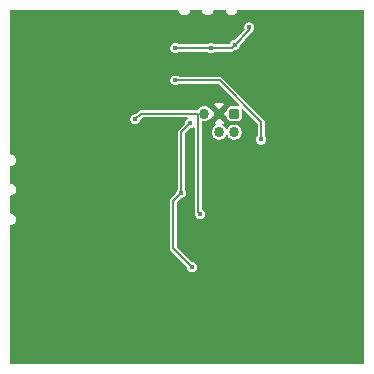
<source format=gbl>
%TF.GenerationSoftware,KiCad,Pcbnew,9.0.0*%
%TF.CreationDate,2025-04-22T13:41:16+01:00*%
%TF.ProjectId,vm_rgb_ring_0.3,766d5f72-6762-45f7-9269-6e675f302e33,v0.3*%
%TF.SameCoordinates,PX4f64b50PY4749830*%
%TF.FileFunction,Copper,L2,Bot*%
%TF.FilePolarity,Positive*%
%FSLAX45Y45*%
G04 Gerber Fmt 4.5, Leading zero omitted, Abs format (unit mm)*
G04 Created by KiCad (PCBNEW 9.0.0) date 2025-04-22 13:41:16*
%MOMM*%
%LPD*%
G01*
G04 APERTURE LIST*
G04 Aperture macros list*
%AMRoundRect*
0 Rectangle with rounded corners*
0 $1 Rounding radius*
0 $2 $3 $4 $5 $6 $7 $8 $9 X,Y pos of 4 corners*
0 Add a 4 corners polygon primitive as box body*
4,1,4,$2,$3,$4,$5,$6,$7,$8,$9,$2,$3,0*
0 Add four circle primitives for the rounded corners*
1,1,$1+$1,$2,$3*
1,1,$1+$1,$4,$5*
1,1,$1+$1,$6,$7*
1,1,$1+$1,$8,$9*
0 Add four rect primitives between the rounded corners*
20,1,$1+$1,$2,$3,$4,$5,0*
20,1,$1+$1,$4,$5,$6,$7,0*
20,1,$1+$1,$6,$7,$8,$9,0*
20,1,$1+$1,$8,$9,$2,$3,0*%
G04 Aperture macros list end*
%TA.AperFunction,ComponentPad*%
%ADD10RoundRect,0.172720X-0.259080X-0.259080X0.259080X-0.259080X0.259080X0.259080X-0.259080X0.259080X0*%
%TD*%
%TA.AperFunction,ComponentPad*%
%ADD11C,0.863600*%
%TD*%
%TA.AperFunction,ViaPad*%
%ADD12C,0.450000*%
%TD*%
%TA.AperFunction,Conductor*%
%ADD13C,0.200000*%
%TD*%
G04 APERTURE END LIST*
D10*
%TO.P,J1,1,Vcc*%
%TO.N,+3V3*%
X397500Y620000D03*
D11*
%TO.P,J1,2,SWDIO*%
%TO.N,/SWDIO*%
X397500Y462520D03*
%TO.P,J1,3,GND*%
%TO.N,GND*%
X270500Y620000D03*
%TO.P,J1,4,SWDCLK*%
%TO.N,/SWCLK*%
X270500Y462520D03*
%TO.P,J1,5,~{RESET}*%
%TO.N,/nRESET*%
X143500Y620000D03*
%TD*%
D12*
%TO.N,GND*%
X-390000Y120000D03*
X725000Y1250000D03*
X-1250000Y725000D03*
X-725000Y-1250000D03*
X1400000Y375000D03*
X260000Y-530000D03*
X-390000Y-655000D03*
X-1400000Y-375000D03*
X-375000Y1400000D03*
X235000Y-755000D03*
X-390000Y-280000D03*
X1250000Y-725000D03*
X375000Y-1400000D03*
%TO.N,+3V3*%
X-50000Y-50000D03*
X22500Y535800D03*
X40000Y-680000D03*
%TO.N,/nRESET*%
X110000Y-230000D03*
X-440000Y570000D03*
%TO.N,Net-(LED1-DIN)*%
X625000Y400000D03*
X-100000Y900000D03*
%TO.N,JD_PWR*%
X400000Y1200000D03*
X525000Y1350000D03*
X200000Y1175000D03*
X-100000Y1175000D03*
%TD*%
D13*
%TO.N,+3V3*%
X-120000Y-520000D02*
X-120000Y-120000D01*
X-50000Y463300D02*
X22500Y535800D01*
X-120000Y-120000D02*
X-50000Y-50000D01*
X40000Y-680000D02*
X-120000Y-520000D01*
X-50000Y-50000D02*
X-50000Y463300D01*
%TO.N,/nRESET*%
X93000Y-213000D02*
X110000Y-230000D01*
X-392610Y617390D02*
X93000Y617390D01*
X-440000Y570000D02*
X-392610Y617390D01*
X93000Y617390D02*
X93000Y-213000D01*
%TO.N,Net-(LED1-DIN)*%
X625000Y550000D02*
X275000Y900000D01*
X625000Y400000D02*
X625000Y550000D01*
X275000Y900000D02*
X-100000Y900000D01*
%TO.N,JD_PWR*%
X400000Y1200000D02*
X525000Y1325000D01*
X525000Y1325000D02*
X525000Y1350000D01*
X375000Y1175000D02*
X400000Y1200000D01*
X200000Y1175000D02*
X375000Y1175000D01*
X200000Y1175000D02*
X-100000Y1175000D01*
%TD*%
%TA.AperFunction,Conductor*%
%TO.N,GND*%
G36*
X-76626Y1497783D02*
G01*
X-74915Y1494312D01*
X-74698Y1494370D01*
X-74572Y1493902D01*
X-74572Y1493901D01*
X-71194Y1481294D01*
X-64668Y1469990D01*
X-55438Y1460760D01*
X-44134Y1454234D01*
X-31526Y1450856D01*
X-31526Y1450856D01*
X-18474Y1450856D01*
X-18474Y1450856D01*
X-5866Y1454234D01*
X5438Y1460760D01*
X14668Y1469990D01*
X21194Y1481294D01*
X24572Y1493901D01*
X24572Y1493902D01*
X24698Y1494370D01*
X24973Y1494296D01*
X27351Y1498419D01*
X31858Y1499950D01*
X118142Y1499950D01*
X123374Y1497783D01*
X125085Y1494312D01*
X125302Y1494370D01*
X125428Y1493902D01*
X125428Y1493901D01*
X128806Y1481294D01*
X135332Y1469990D01*
X144562Y1460760D01*
X155866Y1454234D01*
X168474Y1450856D01*
X168474Y1450856D01*
X181526Y1450856D01*
X181526Y1450856D01*
X194134Y1454234D01*
X205438Y1460760D01*
X214668Y1469990D01*
X221194Y1481294D01*
X224572Y1493901D01*
X224572Y1493902D01*
X224698Y1494370D01*
X224973Y1494296D01*
X227351Y1498419D01*
X231858Y1499950D01*
X318142Y1499950D01*
X323375Y1497783D01*
X325085Y1494312D01*
X325302Y1494370D01*
X325428Y1493902D01*
X325428Y1493901D01*
X328806Y1481294D01*
X335332Y1469990D01*
X344562Y1460760D01*
X355866Y1454234D01*
X368474Y1450856D01*
X368474Y1450856D01*
X381526Y1450856D01*
X381526Y1450856D01*
X394134Y1454234D01*
X405438Y1460760D01*
X414668Y1469990D01*
X421194Y1481294D01*
X424572Y1493901D01*
X424572Y1493902D01*
X424698Y1494370D01*
X424973Y1494296D01*
X427351Y1498419D01*
X431858Y1499950D01*
X1492550Y1499950D01*
X1497783Y1497783D01*
X1499950Y1492550D01*
X1499950Y-1492550D01*
X1497783Y-1497783D01*
X1492550Y-1499950D01*
X-1492550Y-1499950D01*
X-1497783Y-1497783D01*
X-1499950Y-1492550D01*
X-1499950Y-331914D01*
X-1497783Y-326682D01*
X-1493921Y-324778D01*
X-1493942Y-324698D01*
X-1493540Y-324590D01*
X-1493515Y-324578D01*
X-1493474Y-324572D01*
X-1493474Y-324572D01*
X-1480866Y-321194D01*
X-1469562Y-314668D01*
X-1460332Y-305438D01*
X-1453806Y-294134D01*
X-1450428Y-281526D01*
X-1450428Y-268474D01*
X-1453806Y-255866D01*
X-1460332Y-244562D01*
X-1469562Y-235332D01*
X-1480866Y-228806D01*
X-1493474Y-225428D01*
X-1493516Y-225422D01*
X-1493535Y-225411D01*
X-1493942Y-225302D01*
X-1493913Y-225193D01*
X-1498421Y-222590D01*
X-1499950Y-218085D01*
X-1499950Y-81487D01*
X-1497783Y-76254D01*
X-1493921Y-74350D01*
X-1493942Y-74270D01*
X-1493540Y-74162D01*
X-1493515Y-74150D01*
X-1493474Y-74144D01*
X-1493474Y-74144D01*
X-1480866Y-70766D01*
X-1469562Y-64240D01*
X-1460332Y-55010D01*
X-1453806Y-43706D01*
X-1450428Y-31098D01*
X-1450428Y-18046D01*
X-1453806Y-5438D01*
X-1460332Y5866D01*
X-1469562Y15095D01*
X-1480866Y21622D01*
X-1493474Y25000D01*
X-1493474Y25000D01*
X-1493516Y25006D01*
X-1493535Y25016D01*
X-1493942Y25125D01*
X-1493913Y25235D01*
X-1498421Y27838D01*
X-1499950Y32342D01*
X-1499950Y168513D01*
X-1497783Y173746D01*
X-1493921Y175650D01*
X-1493942Y175730D01*
X-1493540Y175838D01*
X-1493515Y175850D01*
X-1493474Y175856D01*
X-1493474Y175856D01*
X-1480866Y179234D01*
X-1469562Y185760D01*
X-1460332Y194990D01*
X-1453806Y206294D01*
X-1450428Y218901D01*
X-1450428Y231954D01*
X-1453806Y244562D01*
X-1460332Y255866D01*
X-1469562Y265096D01*
X-1480866Y271622D01*
X-1493474Y275000D01*
X-1493474Y275000D01*
X-1493516Y275006D01*
X-1493535Y275017D01*
X-1493942Y275126D01*
X-1493913Y275235D01*
X-1498421Y277838D01*
X-1499950Y282342D01*
X-1499950Y575602D01*
X-482550Y575602D01*
X-482550Y564398D01*
X-479650Y553577D01*
X-479650Y553576D01*
X-477922Y550582D01*
X-474048Y543874D01*
X-466126Y535952D01*
X-456424Y530350D01*
X-445602Y527450D01*
X-445602Y527450D01*
X-445602Y527450D01*
X-434398Y527450D01*
X-434398Y527450D01*
X-423576Y530350D01*
X-413874Y535952D01*
X-405951Y543874D01*
X-400350Y553576D01*
X-397450Y564398D01*
X-397450Y564398D01*
X-397450Y566988D01*
X-395283Y572220D01*
X-382330Y585173D01*
X-377098Y587340D01*
X-947Y587340D01*
X4285Y585173D01*
X6453Y579940D01*
X4285Y574707D01*
X2753Y573531D01*
X-3626Y569849D01*
X-11548Y561926D01*
X-17150Y552224D01*
X-17151Y552223D01*
X-20050Y541402D01*
X-20050Y538812D01*
X-22217Y533580D01*
X-74046Y481751D01*
X-78002Y474899D01*
X-78002Y474899D01*
X-80050Y467256D01*
X-80050Y-16810D01*
X-82217Y-22043D01*
X-84049Y-23874D01*
X-89650Y-33576D01*
X-89650Y-33577D01*
X-92550Y-44398D01*
X-92550Y-46988D01*
X-94717Y-52220D01*
X-144046Y-101549D01*
X-148002Y-108401D01*
X-148002Y-108401D01*
X-150050Y-116043D01*
X-150050Y-523956D01*
X-148002Y-531599D01*
X-148002Y-531599D01*
X-144046Y-538451D01*
X-4717Y-677780D01*
X-2550Y-683012D01*
X-2550Y-685602D01*
X349Y-696423D01*
X350Y-696424D01*
X350Y-696424D01*
X5951Y-706126D01*
X13874Y-714048D01*
X23576Y-719650D01*
X34398Y-722550D01*
X34398Y-722550D01*
X34398Y-722550D01*
X45602Y-722550D01*
X45602Y-722550D01*
X56424Y-719650D01*
X66126Y-714048D01*
X74049Y-706126D01*
X79650Y-696424D01*
X82550Y-685602D01*
X82550Y-685602D01*
X82550Y-674398D01*
X82550Y-674398D01*
X79650Y-663577D01*
X79650Y-663576D01*
X74049Y-653874D01*
X66126Y-645952D01*
X56424Y-640350D01*
X56423Y-640350D01*
X45602Y-637450D01*
X45602Y-637450D01*
X43012Y-637450D01*
X37780Y-635283D01*
X-87783Y-509720D01*
X-89950Y-504488D01*
X-89950Y-135512D01*
X-87783Y-130280D01*
X-52220Y-94717D01*
X-46988Y-92550D01*
X-44398Y-92550D01*
X-44398Y-92550D01*
X-33576Y-89650D01*
X-23874Y-84049D01*
X-15951Y-76126D01*
X-10350Y-66424D01*
X-7450Y-55602D01*
X-7450Y-55602D01*
X-7450Y-44398D01*
X-7450Y-44398D01*
X-10350Y-33577D01*
X-10350Y-33576D01*
X-15951Y-23874D01*
X-17783Y-22043D01*
X-19950Y-16810D01*
X-19950Y447788D01*
X-17783Y453020D01*
X20280Y491083D01*
X25512Y493250D01*
X28102Y493250D01*
X28102Y493250D01*
X38924Y496150D01*
X48626Y501751D01*
X50317Y503443D01*
X55550Y505610D01*
X60783Y503443D01*
X62950Y498210D01*
X62950Y-216956D01*
X64998Y-224598D01*
X64998Y-224599D01*
X66459Y-227129D01*
X67450Y-230829D01*
X67450Y-235602D01*
X70350Y-246423D01*
X70350Y-246423D01*
X70350Y-246424D01*
X75952Y-256126D01*
X83874Y-264049D01*
X93576Y-269650D01*
X104398Y-272550D01*
X104398Y-272550D01*
X104398Y-272550D01*
X115602Y-272550D01*
X115602Y-272550D01*
X126424Y-269650D01*
X136126Y-264049D01*
X144049Y-256126D01*
X149650Y-246424D01*
X152550Y-235602D01*
X152550Y-235602D01*
X152550Y-224398D01*
X152550Y-224398D01*
X149650Y-213577D01*
X149650Y-213576D01*
X144049Y-203874D01*
X136126Y-195951D01*
X130768Y-192858D01*
X126750Y-190538D01*
X123302Y-186045D01*
X123050Y-184129D01*
X123050Y468748D01*
X207270Y468748D01*
X207270Y456292D01*
X209700Y444077D01*
X209700Y444076D01*
X214466Y432570D01*
X214466Y432569D01*
X214466Y432569D01*
X221386Y422213D01*
X230193Y413406D01*
X240549Y406486D01*
X240549Y406486D01*
X240550Y406486D01*
X252056Y401720D01*
X252056Y401720D01*
X264272Y399290D01*
X264273Y399290D01*
X276728Y399290D01*
X276728Y399290D01*
X288944Y401720D01*
X300451Y406486D01*
X310807Y413406D01*
X319614Y422213D01*
X326534Y432569D01*
X327163Y434089D01*
X331168Y438094D01*
X336832Y438094D01*
X340837Y434090D01*
X341466Y432569D01*
X348386Y422213D01*
X357193Y413406D01*
X367549Y406486D01*
X367549Y406486D01*
X367550Y406486D01*
X379056Y401720D01*
X379056Y401720D01*
X391272Y399290D01*
X391272Y399290D01*
X403727Y399290D01*
X403728Y399290D01*
X415943Y401720D01*
X427451Y406486D01*
X437807Y413406D01*
X446614Y422213D01*
X453534Y432569D01*
X458300Y444076D01*
X460730Y456292D01*
X460730Y468748D01*
X458300Y480963D01*
X457974Y481751D01*
X453534Y492470D01*
X446614Y502826D01*
X446614Y502827D01*
X437807Y511634D01*
X427451Y518554D01*
X427450Y518554D01*
X427450Y518554D01*
X415944Y523320D01*
X415943Y523320D01*
X406740Y525151D01*
X403728Y525750D01*
X391272Y525750D01*
X388856Y525269D01*
X379057Y523320D01*
X379056Y523320D01*
X367550Y518554D01*
X357194Y511634D01*
X348386Y502826D01*
X341466Y492471D01*
X340837Y490951D01*
X336832Y486946D01*
X331168Y486946D01*
X327163Y490951D01*
X326534Y492471D01*
X319614Y502826D01*
X319614Y502827D01*
X310807Y511634D01*
X300451Y518554D01*
X300451Y518554D01*
X300148Y518756D01*
X300235Y518885D01*
X296959Y522878D01*
X297514Y528515D01*
X301208Y531863D01*
X314637Y537425D01*
X316485Y538660D01*
X316485Y538660D01*
X270500Y584645D01*
X224515Y538660D01*
X224515Y538660D01*
X226362Y537425D01*
X239791Y531863D01*
X243796Y527858D01*
X243796Y522194D01*
X240779Y518864D01*
X240852Y518756D01*
X230194Y511634D01*
X221386Y502826D01*
X214466Y492470D01*
X209700Y480964D01*
X209700Y480963D01*
X207270Y468748D01*
X123050Y468748D01*
X123050Y550582D01*
X125217Y555815D01*
X130450Y557982D01*
X131894Y557840D01*
X131959Y557827D01*
X137272Y556770D01*
X137273Y556770D01*
X149728Y556770D01*
X149728Y556770D01*
X161944Y559200D01*
X173451Y563966D01*
X183807Y570886D01*
X184660Y571739D01*
X188457Y573312D01*
X235145Y620000D01*
X235145Y620000D01*
X231466Y623678D01*
X242560Y623678D01*
X242560Y616322D01*
X244464Y609216D01*
X248142Y602844D01*
X253344Y597642D01*
X259716Y593964D01*
X266822Y592060D01*
X274178Y592060D01*
X281284Y593964D01*
X287656Y597642D01*
X292858Y602844D01*
X296536Y609216D01*
X298440Y616322D01*
X298440Y623678D01*
X296536Y630784D01*
X292858Y637156D01*
X287656Y642358D01*
X281284Y646036D01*
X274178Y647940D01*
X266822Y647940D01*
X259716Y646036D01*
X253344Y642358D01*
X248142Y637156D01*
X244464Y630784D01*
X242560Y623678D01*
X231466Y623678D01*
X188318Y666827D01*
X185198Y667773D01*
X184661Y668260D01*
X183807Y669114D01*
X173451Y676034D01*
X173451Y676034D01*
X173450Y676034D01*
X161944Y680800D01*
X161943Y680800D01*
X152701Y682639D01*
X149728Y683230D01*
X137272Y683230D01*
X134856Y682749D01*
X125057Y680800D01*
X125056Y680800D01*
X113550Y676034D01*
X103194Y669114D01*
X94386Y660306D01*
X87986Y650729D01*
X83277Y647582D01*
X81833Y647440D01*
X-396566Y647440D01*
X-404209Y645392D01*
X-404209Y645392D01*
X-411061Y641436D01*
X-437780Y614717D01*
X-443012Y612550D01*
X-445602Y612550D01*
X-456423Y609651D01*
X-456424Y609650D01*
X-466126Y604049D01*
X-474048Y596126D01*
X-479650Y586424D01*
X-479650Y586423D01*
X-482550Y575602D01*
X-1499950Y575602D01*
X-1499950Y701341D01*
X224515Y701341D01*
X270500Y655355D01*
X316485Y701340D01*
X314637Y702575D01*
X297680Y709599D01*
X297679Y709599D01*
X279677Y713180D01*
X261323Y713180D01*
X243321Y709599D01*
X243320Y709599D01*
X226362Y702575D01*
X224515Y701341D01*
X-1499950Y701341D01*
X-1499950Y905602D01*
X-142550Y905602D01*
X-142550Y894398D01*
X-139651Y883577D01*
X-139650Y883576D01*
X-139650Y883576D01*
X-134049Y873874D01*
X-126126Y865951D01*
X-116424Y860350D01*
X-105602Y857450D01*
X-105602Y857450D01*
X-105602Y857450D01*
X-94398Y857450D01*
X-94398Y857450D01*
X-83576Y860350D01*
X-73874Y865951D01*
X-72043Y867783D01*
X-66810Y869950D01*
X259488Y869950D01*
X264720Y867783D01*
X437309Y695194D01*
X439476Y689961D01*
X437309Y684729D01*
X432076Y682561D01*
X431010Y682639D01*
X430528Y682709D01*
X426951Y683230D01*
X426950Y683230D01*
X368050Y683230D01*
X368049Y683230D01*
X360795Y682173D01*
X349605Y676703D01*
X340798Y667895D01*
X335327Y656705D01*
X334447Y650668D01*
X332357Y646502D01*
X305855Y620000D01*
X332357Y593498D01*
X334447Y589333D01*
X335327Y583295D01*
X339849Y574046D01*
X340798Y572105D01*
X349605Y563298D01*
X360795Y557827D01*
X368050Y556770D01*
X368050Y556770D01*
X426950Y556770D01*
X426950Y556770D01*
X434205Y557827D01*
X445395Y563298D01*
X454202Y572105D01*
X459673Y583295D01*
X460730Y590550D01*
X460730Y649450D01*
X460138Y653510D01*
X461529Y659000D01*
X466394Y661899D01*
X471885Y660509D01*
X472694Y659809D01*
X592783Y539720D01*
X594950Y534488D01*
X594950Y433190D01*
X592783Y427957D01*
X590952Y426126D01*
X585350Y416424D01*
X585350Y416423D01*
X582450Y405602D01*
X582450Y394398D01*
X585350Y383577D01*
X585350Y383576D01*
X585350Y383576D01*
X590952Y373874D01*
X598874Y365951D01*
X608576Y360350D01*
X619398Y357450D01*
X619398Y357450D01*
X619398Y357450D01*
X630602Y357450D01*
X630602Y357450D01*
X641424Y360350D01*
X651126Y365951D01*
X659049Y373874D01*
X664650Y383576D01*
X667550Y394398D01*
X667550Y394398D01*
X667550Y405602D01*
X667550Y405602D01*
X665459Y413406D01*
X664650Y416424D01*
X659049Y426126D01*
X657217Y427957D01*
X655050Y433190D01*
X655050Y553956D01*
X655050Y553957D01*
X653002Y561599D01*
X653002Y561599D01*
X649046Y568451D01*
X293451Y924046D01*
X286599Y928002D01*
X286599Y928002D01*
X278956Y930050D01*
X278956Y930050D01*
X-66810Y930050D01*
X-72043Y932217D01*
X-73874Y934048D01*
X-83576Y939650D01*
X-83577Y939650D01*
X-94398Y942550D01*
X-94398Y942550D01*
X-105602Y942550D01*
X-105602Y942550D01*
X-116423Y939650D01*
X-116424Y939650D01*
X-126126Y934048D01*
X-134049Y926126D01*
X-139650Y916424D01*
X-139651Y916423D01*
X-142550Y905602D01*
X-1499950Y905602D01*
X-1499950Y1180602D01*
X-142550Y1180602D01*
X-142550Y1169398D01*
X-139651Y1158577D01*
X-139650Y1158576D01*
X-138480Y1156549D01*
X-134049Y1148874D01*
X-126126Y1140952D01*
X-116424Y1135350D01*
X-105602Y1132450D01*
X-105602Y1132450D01*
X-105602Y1132450D01*
X-94398Y1132450D01*
X-94398Y1132450D01*
X-83576Y1135350D01*
X-73874Y1140952D01*
X-72043Y1142783D01*
X-66810Y1144950D01*
X166810Y1144950D01*
X172043Y1142783D01*
X173874Y1140952D01*
X183576Y1135350D01*
X194398Y1132450D01*
X194398Y1132450D01*
X194398Y1132450D01*
X205602Y1132450D01*
X205602Y1132450D01*
X216424Y1135350D01*
X226126Y1140952D01*
X227957Y1142783D01*
X233190Y1144950D01*
X378956Y1144950D01*
X378956Y1144950D01*
X386599Y1146998D01*
X393451Y1150954D01*
X397780Y1155283D01*
X403012Y1157450D01*
X405602Y1157450D01*
X405602Y1157450D01*
X416424Y1160350D01*
X426126Y1165952D01*
X434048Y1173874D01*
X439650Y1183576D01*
X442550Y1194398D01*
X442550Y1194398D01*
X442550Y1196988D01*
X444717Y1202220D01*
X487214Y1244717D01*
X549046Y1306549D01*
X551240Y1310350D01*
X553002Y1313401D01*
X554109Y1317533D01*
X556024Y1320849D01*
X559049Y1323874D01*
X564650Y1333576D01*
X567550Y1344398D01*
X567550Y1344398D01*
X567550Y1355602D01*
X567550Y1355602D01*
X564650Y1366423D01*
X564650Y1366424D01*
X559049Y1376126D01*
X551126Y1384049D01*
X541424Y1389650D01*
X541423Y1389651D01*
X530602Y1392550D01*
X530602Y1392550D01*
X519398Y1392550D01*
X519398Y1392550D01*
X508577Y1389651D01*
X508576Y1389650D01*
X498874Y1384049D01*
X490951Y1376126D01*
X485350Y1366424D01*
X485349Y1366423D01*
X482450Y1355602D01*
X482450Y1355602D01*
X482450Y1344398D01*
X482450Y1344398D01*
X485455Y1333185D01*
X484715Y1327569D01*
X483539Y1326037D01*
X402220Y1244717D01*
X396988Y1242550D01*
X394398Y1242550D01*
X383577Y1239651D01*
X383576Y1239650D01*
X373874Y1234049D01*
X365951Y1226126D01*
X360350Y1216424D01*
X360349Y1216423D01*
X358772Y1210535D01*
X355324Y1206041D01*
X351624Y1205050D01*
X233190Y1205050D01*
X227957Y1207217D01*
X226126Y1209049D01*
X216424Y1214650D01*
X216423Y1214651D01*
X205602Y1217550D01*
X205602Y1217550D01*
X194398Y1217550D01*
X194398Y1217550D01*
X183577Y1214651D01*
X183576Y1214650D01*
X173874Y1209049D01*
X172043Y1207217D01*
X166810Y1205050D01*
X-66810Y1205050D01*
X-72043Y1207217D01*
X-73874Y1209049D01*
X-83576Y1214650D01*
X-83577Y1214651D01*
X-94398Y1217550D01*
X-94398Y1217550D01*
X-105602Y1217550D01*
X-105602Y1217550D01*
X-116423Y1214651D01*
X-116424Y1214650D01*
X-126126Y1209049D01*
X-134049Y1201126D01*
X-139650Y1191424D01*
X-139651Y1191423D01*
X-142550Y1180602D01*
X-1499950Y1180602D01*
X-1499950Y1492550D01*
X-1497783Y1497783D01*
X-1492550Y1499950D01*
X-81858Y1499950D01*
X-76626Y1497783D01*
G37*
%TD.AperFunction*%
%TD*%
M02*

</source>
